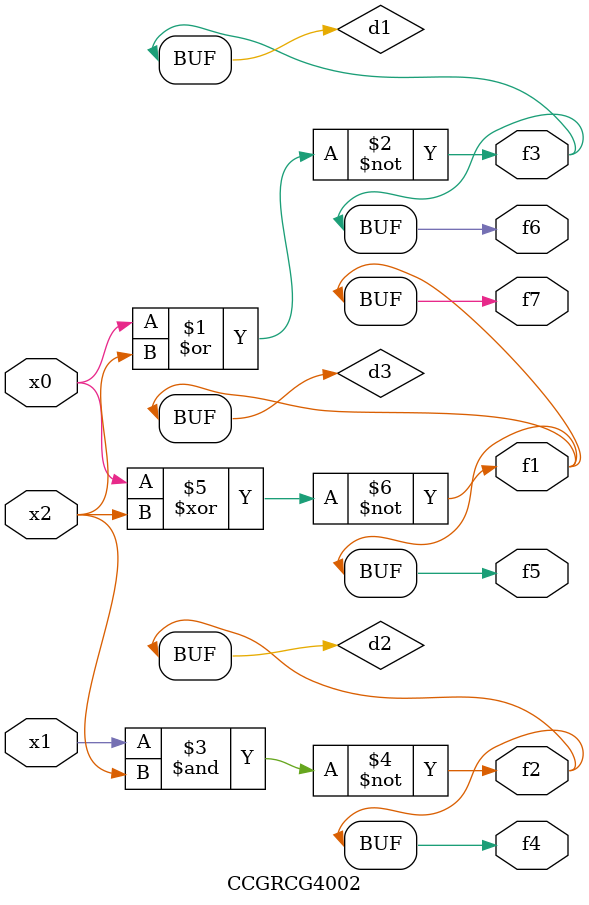
<source format=v>
module CCGRCG4002(
	input x0, x1, x2,
	output f1, f2, f3, f4, f5, f6, f7
);

	wire d1, d2, d3;

	nor (d1, x0, x2);
	nand (d2, x1, x2);
	xnor (d3, x0, x2);
	assign f1 = d3;
	assign f2 = d2;
	assign f3 = d1;
	assign f4 = d2;
	assign f5 = d3;
	assign f6 = d1;
	assign f7 = d3;
endmodule

</source>
